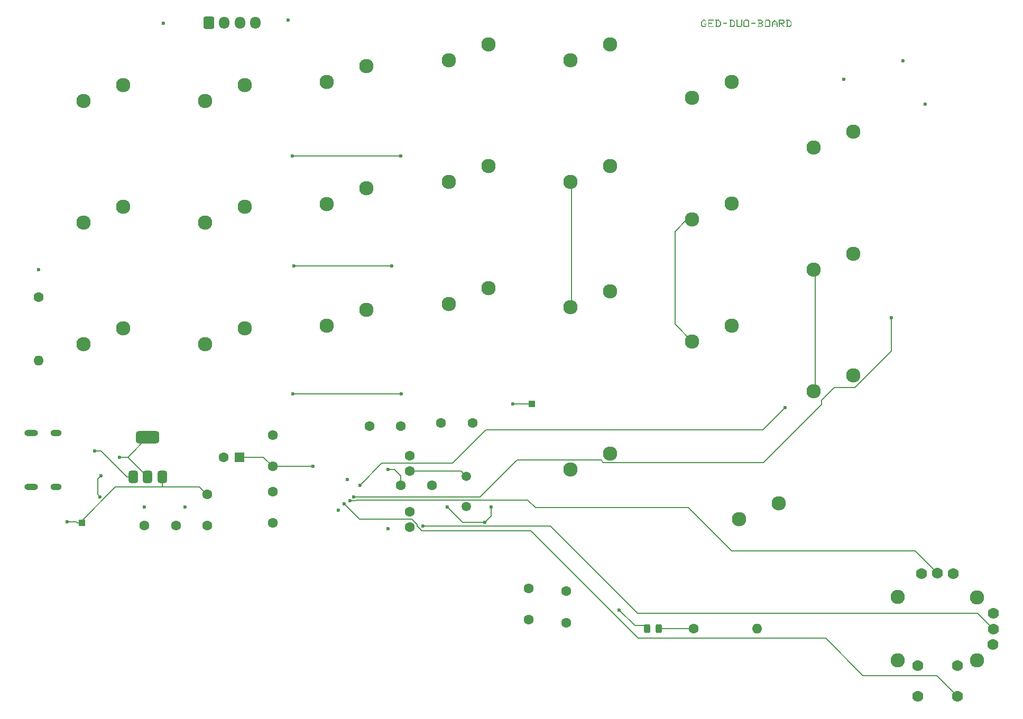
<source format=gtl>
%TF.GenerationSoftware,KiCad,Pcbnew,8.0.2*%
%TF.CreationDate,2024-10-11T16:26:55+02:00*%
%TF.ProjectId,duo_board,64756f5f-626f-4617-9264-2e6b69636164,rev?*%
%TF.SameCoordinates,Original*%
%TF.FileFunction,Copper,L1,Top*%
%TF.FilePolarity,Positive*%
%FSLAX46Y46*%
G04 Gerber Fmt 4.6, Leading zero omitted, Abs format (unit mm)*
G04 Created by KiCad (PCBNEW 8.0.2) date 2024-10-11 16:26:55*
%MOMM*%
%LPD*%
G01*
G04 APERTURE LIST*
G04 Aperture macros list*
%AMRoundRect*
0 Rectangle with rounded corners*
0 $1 Rounding radius*
0 $2 $3 $4 $5 $6 $7 $8 $9 X,Y pos of 4 corners*
0 Add a 4 corners polygon primitive as box body*
4,1,4,$2,$3,$4,$5,$6,$7,$8,$9,$2,$3,0*
0 Add four circle primitives for the rounded corners*
1,1,$1+$1,$2,$3*
1,1,$1+$1,$4,$5*
1,1,$1+$1,$6,$7*
1,1,$1+$1,$8,$9*
0 Add four rect primitives between the rounded corners*
20,1,$1+$1,$2,$3,$4,$5,0*
20,1,$1+$1,$4,$5,$6,$7,0*
20,1,$1+$1,$6,$7,$8,$9,0*
20,1,$1+$1,$8,$9,$2,$3,0*%
G04 Aperture macros list end*
%ADD10C,0.300000*%
%TA.AperFunction,NonConductor*%
%ADD11C,0.300000*%
%TD*%
%TA.AperFunction,ComponentPad*%
%ADD12C,1.500000*%
%TD*%
%TA.AperFunction,ComponentPad*%
%ADD13C,1.600000*%
%TD*%
%TA.AperFunction,ComponentPad*%
%ADD14O,1.600000X1.600000*%
%TD*%
%TA.AperFunction,ComponentPad*%
%ADD15R,1.600000X1.600000*%
%TD*%
%TA.AperFunction,SMDPad,CuDef*%
%ADD16RoundRect,0.375000X0.375000X-0.625000X0.375000X0.625000X-0.375000X0.625000X-0.375000X-0.625000X0*%
%TD*%
%TA.AperFunction,SMDPad,CuDef*%
%ADD17RoundRect,0.500000X1.400000X-0.500000X1.400000X0.500000X-1.400000X0.500000X-1.400000X-0.500000X0*%
%TD*%
%TA.AperFunction,ComponentPad*%
%ADD18C,2.300000*%
%TD*%
%TA.AperFunction,SMDPad,CuDef*%
%ADD19R,1.000000X1.000000*%
%TD*%
%TA.AperFunction,SMDPad,CuDef*%
%ADD20RoundRect,0.243750X0.243750X0.456250X-0.243750X0.456250X-0.243750X-0.456250X0.243750X-0.456250X0*%
%TD*%
%TA.AperFunction,ComponentPad*%
%ADD21RoundRect,0.250000X-0.600000X-0.725000X0.600000X-0.725000X0.600000X0.725000X-0.600000X0.725000X0*%
%TD*%
%TA.AperFunction,ComponentPad*%
%ADD22O,1.700000X1.950000*%
%TD*%
%TA.AperFunction,ComponentPad*%
%ADD23O,2.200000X1.000000*%
%TD*%
%TA.AperFunction,ComponentPad*%
%ADD24O,1.800000X1.000000*%
%TD*%
%TA.AperFunction,ComponentPad*%
%ADD25C,1.778000*%
%TD*%
%TA.AperFunction,ComponentPad*%
%ADD26C,2.286000*%
%TD*%
%TA.AperFunction,ViaPad*%
%ADD27C,0.600000*%
%TD*%
%TA.AperFunction,Conductor*%
%ADD28C,0.200000*%
%TD*%
G04 APERTURE END LIST*
D10*
D11*
G36*
X171502285Y-33588475D02*
G01*
X172028018Y-33588475D01*
X172028018Y-33730258D01*
X171903454Y-33730258D01*
X171903454Y-34137288D01*
X171455024Y-34137288D01*
X171402267Y-34117138D01*
X171148743Y-33866179D01*
X171126762Y-33813422D01*
X171126762Y-33289888D01*
X171146912Y-33233101D01*
X171399703Y-32982508D01*
X171452826Y-32961625D01*
X171705983Y-32961625D01*
X171760938Y-32981775D01*
X171927267Y-33150669D01*
X171819923Y-33255816D01*
X171675942Y-33109637D01*
X171485066Y-33109637D01*
X171276605Y-33319930D01*
X171276605Y-33781182D01*
X171485066Y-33987445D01*
X171755443Y-33987445D01*
X171755443Y-33730258D01*
X171502285Y-33730258D01*
X171502285Y-33588475D01*
G37*
G36*
X172259560Y-32959794D02*
G01*
X173160816Y-32959794D01*
X173160816Y-33111835D01*
X172407205Y-33111835D01*
X172407205Y-33470139D01*
X172909490Y-33470139D01*
X172909490Y-33622547D01*
X172407205Y-33622547D01*
X172407205Y-33991475D01*
X173160816Y-33991475D01*
X173160816Y-34141685D01*
X172259560Y-34141685D01*
X172259560Y-32959794D01*
G37*
G36*
X174018108Y-32983974D02*
G01*
X174271266Y-33241528D01*
X174293614Y-33294284D01*
X174293614Y-33809026D01*
X174271266Y-33863981D01*
X174015910Y-34117138D01*
X173963154Y-34141685D01*
X173392358Y-34141685D01*
X173392358Y-33991475D01*
X173516556Y-33991475D01*
X173516556Y-33989277D01*
X173666765Y-33989277D01*
X173933112Y-33989277D01*
X174143405Y-33778984D01*
X174143405Y-33324326D01*
X173933112Y-33109637D01*
X173666765Y-33109637D01*
X173666765Y-33989277D01*
X173516556Y-33989277D01*
X173516556Y-33109637D01*
X173392358Y-33109637D01*
X173392358Y-32961625D01*
X173965352Y-32961625D01*
X174018108Y-32983974D01*
G37*
G36*
X174649354Y-33470139D02*
G01*
X175301849Y-33470139D01*
X175301849Y-33611922D01*
X174649354Y-33611922D01*
X174649354Y-33470139D01*
G37*
G36*
X176283705Y-32983974D02*
G01*
X176536863Y-33241528D01*
X176559211Y-33294284D01*
X176559211Y-33809026D01*
X176536863Y-33863981D01*
X176281507Y-34117138D01*
X176228750Y-34141685D01*
X175657955Y-34141685D01*
X175657955Y-33991475D01*
X175782152Y-33991475D01*
X175782152Y-33989277D01*
X175932362Y-33989277D01*
X176198709Y-33989277D01*
X176409002Y-33778984D01*
X176409002Y-33324326D01*
X176198709Y-33109637D01*
X175932362Y-33109637D01*
X175932362Y-33989277D01*
X175782152Y-33989277D01*
X175782152Y-33109637D01*
X175657955Y-33109637D01*
X175657955Y-32961625D01*
X176230949Y-32961625D01*
X176283705Y-32983974D01*
G37*
G36*
X176790753Y-32961625D02*
G01*
X176936566Y-32961625D01*
X176936566Y-33907578D01*
X177020097Y-33989277D01*
X177461933Y-33989277D01*
X177541800Y-33905746D01*
X177541800Y-32961625D01*
X177692009Y-32961625D01*
X177692009Y-33935788D01*
X177671859Y-33985980D01*
X177549494Y-34114574D01*
X177494539Y-34139487D01*
X176987857Y-34139487D01*
X176935467Y-34117138D01*
X176810903Y-33992575D01*
X176790753Y-33939818D01*
X176790753Y-32961625D01*
G37*
G36*
X178678262Y-32984706D02*
G01*
X178804658Y-33115132D01*
X178824808Y-33167522D01*
X178824808Y-33937986D01*
X178801727Y-33991109D01*
X178673866Y-34117138D01*
X178621109Y-34139487D01*
X178122854Y-34139487D01*
X178070464Y-34119337D01*
X177945533Y-33999169D01*
X177923551Y-33944214D01*
X177923551Y-33195366D01*
X178077791Y-33195366D01*
X178077791Y-33911974D01*
X178153262Y-33989277D01*
X178590701Y-33989277D01*
X178674598Y-33905746D01*
X178674598Y-33197564D01*
X178590334Y-33109637D01*
X178155460Y-33109637D01*
X178077791Y-33195366D01*
X177923551Y-33195366D01*
X177923551Y-33165324D01*
X177947732Y-33115132D01*
X178067899Y-32984706D01*
X178122854Y-32961625D01*
X178622941Y-32961625D01*
X178678262Y-32984706D01*
G37*
G36*
X179180547Y-33470139D02*
G01*
X179833042Y-33470139D01*
X179833042Y-33611922D01*
X179180547Y-33611922D01*
X179180547Y-33470139D01*
G37*
G36*
X180815997Y-32981409D02*
G01*
X181070254Y-33245924D01*
X181090404Y-33296482D01*
X181067690Y-33353269D01*
X180863258Y-33549640D01*
X181068056Y-33750041D01*
X181090404Y-33800600D01*
X181068056Y-33855188D01*
X180810502Y-34118970D01*
X180757745Y-34141685D01*
X180189148Y-34141685D01*
X180189148Y-33991475D01*
X180313346Y-33991475D01*
X180463555Y-33991475D01*
X180725505Y-33991475D01*
X180910153Y-33804996D01*
X180727704Y-33626577D01*
X180463555Y-33626577D01*
X180463555Y-33991475D01*
X180313346Y-33991475D01*
X180313346Y-33474535D01*
X180463555Y-33474535D01*
X180725505Y-33474535D01*
X180910153Y-33296116D01*
X180729535Y-33109637D01*
X180463555Y-33109637D01*
X180463555Y-33474535D01*
X180313346Y-33474535D01*
X180313346Y-33109637D01*
X180189148Y-33109637D01*
X180189148Y-32961625D01*
X180762142Y-32961625D01*
X180815997Y-32981409D01*
G37*
G36*
X182076657Y-32984706D02*
G01*
X182203053Y-33115132D01*
X182223203Y-33167522D01*
X182223203Y-33937986D01*
X182200122Y-33991109D01*
X182072260Y-34117138D01*
X182019504Y-34139487D01*
X181521249Y-34139487D01*
X181468859Y-34119337D01*
X181343928Y-33999169D01*
X181321946Y-33944214D01*
X181321946Y-33195366D01*
X181476186Y-33195366D01*
X181476186Y-33911974D01*
X181551657Y-33989277D01*
X181989096Y-33989277D01*
X182072993Y-33905746D01*
X182072993Y-33197564D01*
X181988729Y-33109637D01*
X181553855Y-33109637D01*
X181476186Y-33195366D01*
X181321946Y-33195366D01*
X181321946Y-33165324D01*
X181346127Y-33115132D01*
X181466294Y-32984706D01*
X181521249Y-32961625D01*
X182021336Y-32961625D01*
X182076657Y-32984706D01*
G37*
G36*
X182958129Y-32983974D02*
G01*
X183335851Y-33368290D01*
X183356001Y-33420680D01*
X183356001Y-34141685D01*
X183205792Y-34141685D01*
X183205792Y-33730258D01*
X182602390Y-33730258D01*
X182602390Y-34141685D01*
X182454745Y-34141685D01*
X182454745Y-33448890D01*
X182604588Y-33448890D01*
X182604588Y-33588475D01*
X183205792Y-33588475D01*
X183205792Y-33451088D01*
X182903175Y-33146273D01*
X182604588Y-33448890D01*
X182454745Y-33448890D01*
X182454745Y-33416650D01*
X182476727Y-33366458D01*
X182850052Y-32984706D01*
X182900976Y-32961625D01*
X182958129Y-32983974D01*
G37*
G36*
X184337857Y-32983974D02*
G01*
X184466451Y-33110736D01*
X184488799Y-33163492D01*
X184488799Y-33422878D01*
X184466451Y-33475635D01*
X184341887Y-33602397D01*
X184289131Y-33624745D01*
X184087264Y-33624745D01*
X184466451Y-34007595D01*
X184488799Y-34060352D01*
X184488799Y-34139487D01*
X184340788Y-34139487D01*
X184340788Y-34102850D01*
X183872941Y-33624745D01*
X183735188Y-33624745D01*
X183735188Y-34139487D01*
X183587543Y-34139487D01*
X183587543Y-33474535D01*
X183735188Y-33474535D01*
X184256891Y-33474535D01*
X184338590Y-33392836D01*
X184338590Y-33195732D01*
X184254692Y-33111835D01*
X183735188Y-33111835D01*
X183735188Y-33474535D01*
X183587543Y-33474535D01*
X183587543Y-32961625D01*
X184285101Y-32961625D01*
X184337857Y-32983974D01*
G37*
G36*
X185346092Y-32983974D02*
G01*
X185599249Y-33241528D01*
X185621598Y-33294284D01*
X185621598Y-33809026D01*
X185599249Y-33863981D01*
X185343893Y-34117138D01*
X185291137Y-34141685D01*
X184720341Y-34141685D01*
X184720341Y-33991475D01*
X184844539Y-33991475D01*
X184844539Y-33989277D01*
X184994748Y-33989277D01*
X185261095Y-33989277D01*
X185471388Y-33778984D01*
X185471388Y-33324326D01*
X185261095Y-33109637D01*
X184994748Y-33109637D01*
X184994748Y-33989277D01*
X184844539Y-33989277D01*
X184844539Y-33109637D01*
X184720341Y-33109637D01*
X184720341Y-32961625D01*
X185293335Y-32961625D01*
X185346092Y-32983974D01*
G37*
D12*
%TO.P,Y1,1,1*%
%TO.N,/HSE_IN*%
X133500000Y-106050000D03*
%TO.P,Y1,2,2*%
%TO.N,/HSE_OUT*%
X133500000Y-110930000D03*
%TD*%
D13*
%TO.P,R2,1*%
%TO.N,Net-(D24-K)*%
X169920000Y-130500000D03*
D14*
%TO.P,R2,2*%
%TO.N,GND*%
X180080000Y-130500000D03*
%TD*%
D13*
%TO.P,R1,1*%
%TO.N,+3.3V*%
X65000000Y-77420000D03*
D14*
%TO.P,R1,2*%
%TO.N,/USB_D+*%
X65000000Y-87580000D03*
%TD*%
D13*
%TO.P,C12,1*%
%TO.N,GND*%
X92000000Y-114000000D03*
%TO.P,C12,2*%
%TO.N,+5V*%
X92000000Y-109000000D03*
%TD*%
%TO.P,C11,1*%
%TO.N,+3.3V*%
X82000000Y-114000000D03*
%TO.P,C11,2*%
%TO.N,GND*%
X87000000Y-114000000D03*
%TD*%
%TO.P,C10,1*%
%TO.N,/HSE_OUT*%
X124500000Y-111750000D03*
%TO.P,C10,2*%
%TO.N,GND*%
X124500000Y-114250000D03*
%TD*%
%TO.P,C9,1*%
%TO.N,GND*%
X124500000Y-102750000D03*
%TO.P,C9,2*%
%TO.N,/HSE_IN*%
X124500000Y-105250000D03*
%TD*%
%TO.P,C8,1*%
%TO.N,/NRST*%
X149500000Y-129500000D03*
%TO.P,C8,2*%
%TO.N,GND*%
X149500000Y-124500000D03*
%TD*%
%TO.P,C7,1*%
%TO.N,+3.3V*%
X143500000Y-129000000D03*
%TO.P,C7,2*%
%TO.N,GND*%
X143500000Y-124000000D03*
%TD*%
%TO.P,C6,1*%
%TO.N,+3.3V*%
X134500000Y-97500000D03*
%TO.P,C6,2*%
%TO.N,GND*%
X129500000Y-97500000D03*
%TD*%
D15*
%TO.P,C5,1*%
%TO.N,+3.3V*%
X97196400Y-103000000D03*
D13*
%TO.P,C5,2*%
%TO.N,GND*%
X94696400Y-103000000D03*
%TD*%
%TO.P,C4,1*%
%TO.N,+3.3V*%
X118000000Y-98000000D03*
%TO.P,C4,2*%
%TO.N,GND*%
X123000000Y-98000000D03*
%TD*%
%TO.P,C3,1*%
%TO.N,+3.3V*%
X102500000Y-104500000D03*
%TO.P,C3,2*%
%TO.N,GND*%
X102500000Y-99500000D03*
%TD*%
%TO.P,C2,1*%
%TO.N,+3.3V*%
X123000000Y-107500000D03*
%TO.P,C2,2*%
%TO.N,GND*%
X128000000Y-107500000D03*
%TD*%
%TO.P,C1,1*%
%TO.N,+3.3V*%
X102500000Y-113500000D03*
%TO.P,C1,2*%
%TO.N,GND*%
X102500000Y-108500000D03*
%TD*%
D16*
%TO.P,U3,1,GND*%
%TO.N,GND*%
X80200000Y-106150000D03*
%TO.P,U3,2,VO*%
%TO.N,+3.3V*%
X82500000Y-106150000D03*
D17*
X82500000Y-99850000D03*
D16*
%TO.P,U3,3,VI*%
%TO.N,+5V*%
X84800000Y-106150000D03*
%TD*%
D18*
%TO.P,MX16,1,1*%
%TO.N,COL1*%
X91690000Y-84960000D03*
%TO.P,MX16,2,2*%
%TO.N,Net-(D16-A)*%
X98040000Y-82420000D03*
%TD*%
%TO.P,MX4,1,1*%
%TO.N,COL3*%
X130690000Y-39460000D03*
%TO.P,MX4,2,2*%
%TO.N,Net-(D4-A)*%
X137040000Y-36920000D03*
%TD*%
%TO.P,MX18,1,1*%
%TO.N,COL3*%
X130690000Y-78460000D03*
%TO.P,MX18,2,2*%
%TO.N,Net-(D18-A)*%
X137040000Y-75920000D03*
%TD*%
%TO.P,MX13,1,1*%
%TO.N,COL5*%
X169690000Y-64960000D03*
%TO.P,MX13,2,2*%
%TO.N,Net-(D13-A)*%
X176040000Y-62420000D03*
%TD*%
%TO.P,MX9,1,1*%
%TO.N,COL1*%
X91690000Y-65460000D03*
%TO.P,MX9,2,2*%
%TO.N,Net-(D9-A)*%
X98040000Y-62920000D03*
%TD*%
%TO.P,MX6,1,1*%
%TO.N,COL5*%
X169690000Y-45460000D03*
%TO.P,MX6,2,2*%
%TO.N,Net-(D6-A)*%
X176040000Y-42920000D03*
%TD*%
%TO.P,MX22,1,1*%
%TO.N,COL4*%
X150190000Y-104960000D03*
%TO.P,MX22,2,2*%
%TO.N,Net-(D22-A)*%
X156540000Y-102420000D03*
%TD*%
%TO.P,MX21,1,1*%
%TO.N,COL6*%
X189190000Y-92460000D03*
%TO.P,MX21,2,2*%
%TO.N,Net-(D21-A)*%
X195540000Y-89920000D03*
%TD*%
%TO.P,MX3,1,1*%
%TO.N,COL2*%
X111190000Y-42960000D03*
%TO.P,MX3,2,2*%
%TO.N,Net-(D3-A)*%
X117540000Y-40420000D03*
%TD*%
D19*
%TO.P,TP1,1,1*%
%TO.N,+5V*%
X72000000Y-113500000D03*
%TD*%
D20*
%TO.P,D24,1,K*%
%TO.N,Net-(D24-K)*%
X164375000Y-130500000D03*
%TO.P,D24,2,A*%
%TO.N,+3.3V*%
X162500000Y-130500000D03*
%TD*%
D18*
%TO.P,MX23,1,1*%
%TO.N,COL5*%
X177190000Y-112960000D03*
%TO.P,MX23,2,2*%
%TO.N,Net-(D23-A)*%
X183540000Y-110420000D03*
%TD*%
%TO.P,MX17,1,1*%
%TO.N,COL2*%
X111190000Y-81960000D03*
%TO.P,MX17,2,2*%
%TO.N,Net-(D17-A)*%
X117540000Y-79420000D03*
%TD*%
%TO.P,MX1,1,1*%
%TO.N,COL0*%
X72190000Y-45960000D03*
%TO.P,MX1,2,2*%
%TO.N,Net-(D1-A)*%
X78540000Y-43420000D03*
%TD*%
%TO.P,MX2,1,1*%
%TO.N,COL1*%
X91690000Y-45960000D03*
%TO.P,MX2,2,2*%
%TO.N,Net-(D2-A)*%
X98040000Y-43420000D03*
%TD*%
%TO.P,MX20,1,1*%
%TO.N,COL5*%
X169690000Y-84460000D03*
%TO.P,MX20,2,2*%
%TO.N,Net-(D20-A)*%
X176040000Y-81920000D03*
%TD*%
%TO.P,MX11,1,1*%
%TO.N,COL3*%
X130690000Y-58960000D03*
%TO.P,MX11,2,2*%
%TO.N,Net-(D11-A)*%
X137040000Y-56420000D03*
%TD*%
%TO.P,MX14,1,1*%
%TO.N,COL6*%
X189190000Y-72960000D03*
%TO.P,MX14,2,2*%
%TO.N,Net-(D14-A)*%
X195540000Y-70420000D03*
%TD*%
%TO.P,MX7,1,1*%
%TO.N,COL6*%
X189190000Y-53460000D03*
%TO.P,MX7,2,2*%
%TO.N,Net-(D7-A)*%
X195540000Y-50920000D03*
%TD*%
D21*
%TO.P,J3,1,Pin_1*%
%TO.N,GND*%
X92250000Y-33475000D03*
D22*
%TO.P,J3,2,Pin_2*%
%TO.N,/SWCLK*%
X94750000Y-33475000D03*
%TO.P,J3,3,Pin_3*%
%TO.N,/SWDIO*%
X97250000Y-33475000D03*
%TO.P,J3,4,Pin_4*%
%TO.N,+3.3V*%
X99750000Y-33475000D03*
%TD*%
D18*
%TO.P,MX5,1,1*%
%TO.N,COL4*%
X150190000Y-39460000D03*
%TO.P,MX5,2,2*%
%TO.N,Net-(D5-A)*%
X156540000Y-36920000D03*
%TD*%
%TO.P,MX19,1,1*%
%TO.N,COL4*%
X150190000Y-78960000D03*
%TO.P,MX19,2,2*%
%TO.N,Net-(D19-A)*%
X156540000Y-76420000D03*
%TD*%
%TO.P,MX12,1,1*%
%TO.N,COL4*%
X150190000Y-58960000D03*
%TO.P,MX12,2,2*%
%TO.N,Net-(D12-A)*%
X156540000Y-56420000D03*
%TD*%
%TO.P,MX10,1,1*%
%TO.N,COL2*%
X111190000Y-62460000D03*
%TO.P,MX10,2,2*%
%TO.N,Net-(D10-A)*%
X117540000Y-59920000D03*
%TD*%
%TO.P,MX8,1,1*%
%TO.N,COL0*%
X72190000Y-65460000D03*
%TO.P,MX8,2,2*%
%TO.N,Net-(D8-A)*%
X78540000Y-62920000D03*
%TD*%
%TO.P,MX15,1,1*%
%TO.N,COL0*%
X72190000Y-84960000D03*
%TO.P,MX15,2,2*%
%TO.N,Net-(D15-A)*%
X78540000Y-82420000D03*
%TD*%
D23*
%TO.P,J2,SH1,SHIELD1*%
%TO.N,unconnected-(J2-SHIELD1-PadSH1)*%
X63850000Y-107820000D03*
%TO.P,J2,SH2,SHIELD2*%
%TO.N,unconnected-(J2-SHIELD2-PadSH2)*%
X63850000Y-99180000D03*
D24*
%TO.P,J2,SH3,SHIELD3*%
%TO.N,unconnected-(J2-SHIELD3-PadSH3)*%
X67850000Y-107820000D03*
%TO.P,J2,SH4,SHIELD4*%
%TO.N,unconnected-(J2-SHIELD4-PadSH4)*%
X67850000Y-99180000D03*
%TD*%
D19*
%TO.P,TP2,1,1*%
%TO.N,+3.3V*%
X144000000Y-94500000D03*
%TD*%
D25*
%TO.P,U2,B1A,SEL+*%
%TO.N,/BTN_PIN*%
X212175000Y-141314800D03*
%TO.P,U2,B1B,B1B*%
%TO.N,unconnected-(U2-PadB1B)*%
X205825000Y-141295000D03*
%TO.P,U2,B2A,SEL-*%
%TO.N,GND*%
X212175000Y-136374800D03*
%TO.P,U2,B2B,B2B*%
%TO.N,unconnected-(U2-PadB2B)*%
X205815000Y-136354800D03*
%TO.P,U2,H1,H+*%
%TO.N,GND*%
X211525000Y-121624800D03*
%TO.P,U2,H2,H*%
%TO.N,/Y_AXIS*%
X208985000Y-121604800D03*
%TO.P,U2,H3,H-*%
%TO.N,+3.3V*%
X206445000Y-121624800D03*
D26*
%TO.P,U2,S1,SHIELD*%
%TO.N,GND*%
X215350000Y-135564800D03*
%TO.P,U2,S2,SHIELD*%
X215350000Y-125434800D03*
%TO.P,U2,S3,SHIELD*%
X202650000Y-125420000D03*
%TO.P,U2,S4,SHIELD*%
X202650000Y-135580000D03*
D25*
%TO.P,U2,V1,V+*%
%TO.N,+3.3V*%
X217890000Y-133040000D03*
%TO.P,U2,V2,V*%
%TO.N,/X_AXIS*%
X217905000Y-130514800D03*
%TO.P,U2,V3,V-*%
%TO.N,GND*%
X217905000Y-127974800D03*
%TD*%
D27*
%TO.N,+3.3V*%
X137500000Y-111000000D03*
%TO.N,+5V*%
X69565300Y-113404000D03*
%TO.N,ROW2*%
X105744000Y-92881100D03*
X123147000Y-92881100D03*
%TO.N,ROW1*%
X105956000Y-72358500D03*
X121627000Y-72358500D03*
%TO.N,ROW0*%
X105666000Y-54767700D03*
X123051000Y-54767700D03*
%TO.N,/Y_AXIS*%
X114932000Y-109986000D03*
%TO.N,/X_AXIS*%
X126547000Y-114052000D03*
%TO.N,/BTN_PIN*%
X114000000Y-110500000D03*
%TO.N,USART1_RX*%
X184570000Y-95056700D03*
X116500000Y-107500000D03*
%TO.N,USART1_TX*%
X115480000Y-109384000D03*
X201554000Y-80723600D03*
%TO.N,+3.3V*%
X121000000Y-105000000D03*
X203500000Y-39500000D03*
X65000000Y-73000000D03*
X105000000Y-33000000D03*
X158000000Y-127500000D03*
X82000000Y-111000000D03*
X74875200Y-109375000D03*
X78000000Y-103000000D03*
X75000000Y-106000000D03*
X130500000Y-111000000D03*
X136500000Y-113452000D03*
X109000000Y-104500000D03*
X141000000Y-94500000D03*
X194000000Y-42500000D03*
%TO.N,GND*%
X85000000Y-33500000D03*
X88500000Y-111000000D03*
X121000000Y-114500000D03*
X114500000Y-106607000D03*
X113000000Y-111500000D03*
X74000000Y-102000000D03*
X207000000Y-46500000D03*
%TD*%
D28*
%TO.N,+3.3V*%
X137500000Y-112452000D02*
X136500000Y-113452000D01*
X137500000Y-111000000D02*
X137500000Y-112452000D01*
%TO.N,/X_AXIS*%
X215390000Y-128000000D02*
X217129000Y-129739000D01*
X160946000Y-128000000D02*
X215390000Y-128000000D01*
X146998000Y-114052000D02*
X160946000Y-128000000D01*
X126547000Y-114052000D02*
X146998000Y-114052000D01*
%TO.N,Net-(D24-K)*%
X164375000Y-130500000D02*
X169920000Y-130500000D01*
%TO.N,/HSE_IN*%
X132700000Y-105250000D02*
X133500000Y-106050000D01*
X124500000Y-105250000D02*
X132700000Y-105250000D01*
%TO.N,+5V*%
X71198300Y-113500000D02*
X71599200Y-113500000D01*
X71102000Y-113404000D02*
X71198300Y-113500000D01*
X69565300Y-113404000D02*
X71102000Y-113404000D01*
X84800000Y-107766000D02*
X84800000Y-106150000D01*
X77332800Y-107766000D02*
X84800000Y-107766000D01*
X71599200Y-113500000D02*
X77332800Y-107766000D01*
X90766400Y-107766000D02*
X92000000Y-109000000D01*
X84800000Y-107766000D02*
X90766400Y-107766000D01*
X72000000Y-113500000D02*
X71599200Y-113500000D01*
%TO.N,COL6*%
X189370000Y-92280400D02*
X189190000Y-92460000D01*
X189370000Y-73139600D02*
X189370000Y-92280400D01*
X189190000Y-72960000D02*
X189370000Y-73139600D01*
%TO.N,COL5*%
X168864000Y-64960000D02*
X169690000Y-64960000D01*
X166966000Y-66857800D02*
X168864000Y-64960000D01*
X166966000Y-81736500D02*
X166966000Y-66857800D01*
X169690000Y-84460000D02*
X166966000Y-81736500D01*
%TO.N,COL4*%
X150370000Y-78780400D02*
X150190000Y-78960000D01*
X150370000Y-59139600D02*
X150370000Y-78780400D01*
X150190000Y-58960000D02*
X150370000Y-59139600D01*
%TO.N,ROW2*%
X105744000Y-92881100D02*
X123147000Y-92881100D01*
%TO.N,ROW1*%
X105956000Y-72358500D02*
X121627000Y-72358500D01*
%TO.N,ROW0*%
X105666000Y-54767700D02*
X123051000Y-54767700D01*
%TO.N,/Y_AXIS*%
X205435000Y-118055000D02*
X208210000Y-120830000D01*
X176032000Y-118055000D02*
X205435000Y-118055000D01*
X169063000Y-111086000D02*
X176032000Y-118055000D01*
X144597000Y-111086000D02*
X169063000Y-111086000D01*
X143373000Y-109862000D02*
X144597000Y-111086000D01*
X115853000Y-109862000D02*
X143373000Y-109862000D01*
X115729000Y-109986000D02*
X115853000Y-109862000D01*
X114932000Y-109986000D02*
X115729000Y-109986000D01*
X208984800Y-121604800D02*
X208210000Y-120830000D01*
X208985000Y-121604800D02*
X208984800Y-121604800D01*
%TO.N,/X_AXIS*%
X217905000Y-130514800D02*
X217904900Y-130514900D01*
X217905000Y-130515000D02*
X217904900Y-130514900D01*
X217130000Y-129739000D02*
X217905000Y-130515000D01*
X217129000Y-129739000D02*
X217130000Y-129739000D01*
X217904900Y-130514900D02*
X217129000Y-129739000D01*
%TO.N,/BTN_PIN*%
X208844000Y-137984000D02*
X210510000Y-139650000D01*
X197064000Y-137984000D02*
X208844000Y-137984000D01*
X191060000Y-131980000D02*
X197064000Y-137984000D01*
X161038000Y-131980000D02*
X191060000Y-131980000D01*
X143828000Y-114769000D02*
X161038000Y-131980000D01*
X126370000Y-114769000D02*
X143828000Y-114769000D01*
X125663000Y-114062000D02*
X126370000Y-114769000D01*
X125663000Y-113830000D02*
X125663000Y-114062000D01*
X124768000Y-112935000D02*
X125663000Y-113830000D01*
X116435000Y-112935000D02*
X124768000Y-112935000D01*
X114000000Y-110500000D02*
X116435000Y-112935000D01*
X212174800Y-141314800D02*
X210510000Y-139650000D01*
X212175000Y-141314800D02*
X212174800Y-141314800D01*
%TO.N,USART1_RX*%
X181026000Y-98600200D02*
X184570000Y-95056700D01*
X136692000Y-98600200D02*
X181026000Y-98600200D01*
X131292000Y-104000000D02*
X136692000Y-98600200D01*
X120000000Y-104000000D02*
X131292000Y-104000000D01*
X116500000Y-107500000D02*
X120000000Y-104000000D01*
%TO.N,USART1_TX*%
X201554000Y-86059800D02*
X201554000Y-80723600D01*
X195719000Y-91894700D02*
X201554000Y-86059800D01*
X192433000Y-91894700D02*
X195719000Y-91894700D01*
X190440000Y-93887800D02*
X192433000Y-91894700D01*
X190440000Y-94573600D02*
X190440000Y-93887800D01*
X181125000Y-103889000D02*
X190440000Y-94573600D01*
X155490000Y-103889000D02*
X181125000Y-103889000D01*
X155101000Y-103500000D02*
X155490000Y-103889000D01*
X141611000Y-103500000D02*
X155101000Y-103500000D01*
X135727000Y-109384000D02*
X141611000Y-103500000D01*
X115480000Y-109384000D02*
X135727000Y-109384000D01*
%TO.N,+3.3V*%
X101000000Y-103000000D02*
X102500000Y-104500000D01*
X97196400Y-103000000D02*
X101000000Y-103000000D01*
X123000000Y-106000000D02*
X123000000Y-107500000D01*
X122000000Y-105000000D02*
X123000000Y-106000000D01*
X121000000Y-105000000D02*
X122000000Y-105000000D01*
X141000000Y-94500000D02*
X144000000Y-94500000D01*
X160500000Y-130000000D02*
X158000000Y-127500000D01*
X162000000Y-130000000D02*
X160500000Y-130000000D01*
X162500000Y-130500000D02*
X162000000Y-130000000D01*
X79350000Y-103000000D02*
X82500000Y-99850000D01*
X74500000Y-109000000D02*
X74875200Y-109375000D01*
X74500000Y-106500000D02*
X74500000Y-109000000D01*
X75000000Y-106000000D02*
X74500000Y-106500000D01*
X79350000Y-103000000D02*
X78000000Y-103000000D01*
X82500000Y-106150000D02*
X79350000Y-103000000D01*
X132952000Y-113452000D02*
X136500000Y-113452000D01*
X130500000Y-111000000D02*
X132952000Y-113452000D01*
X109000000Y-104500000D02*
X102500000Y-104500000D01*
%TO.N,GND*%
X149000000Y-124000000D02*
X149500000Y-124500000D01*
X75000000Y-102000000D02*
X74000000Y-102000000D01*
X79150000Y-106150000D02*
X75000000Y-102000000D01*
X80200000Y-106150000D02*
X79150000Y-106150000D01*
X214540000Y-136375000D02*
X215350000Y-135565000D01*
X215365000Y-125435000D02*
X215350000Y-125435000D01*
X215350000Y-125434800D02*
X215350000Y-125435000D01*
X215350000Y-135564800D02*
X215350000Y-135565000D01*
%TD*%
M02*

</source>
